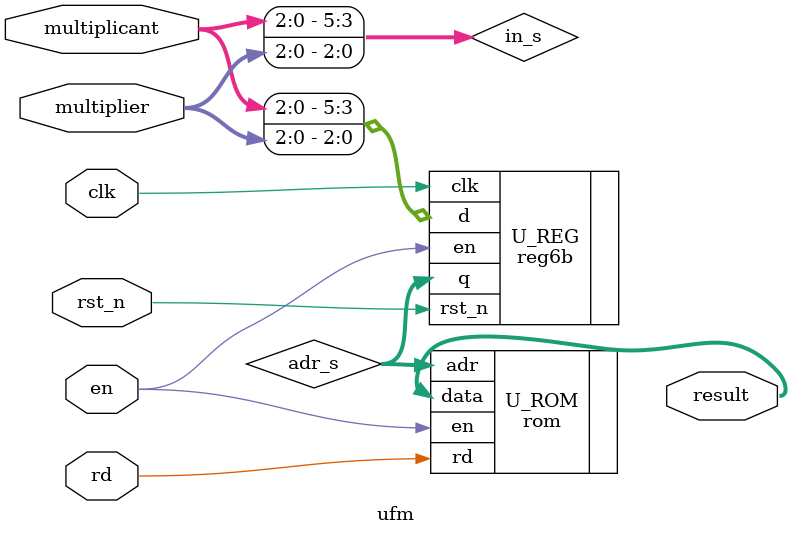
<source format=v>
`timescale 1ns / 1ps

module ufm(rst_n, clk, en,rd, multiplicant, multiplier, result);

input rst_n;
input clk;
input en;
input rd;
input [2:0] multiplicant;
input [2:0] multiplier;
output [5:0] result;

wire [5:0] in_s;
wire [5:0] adr_s;

assign in_s={multiplicant, multiplier};

reg6b U_REG(
	.q(adr_s),
	.rst_n(rst_n),
	.clk(clk),
	.en(en),
	.d(in_s));
	
rom U_ROM(
	.data(result),
	.adr(adr_s),
	.en(en),
	.rd(rd));


endmodule

</source>
